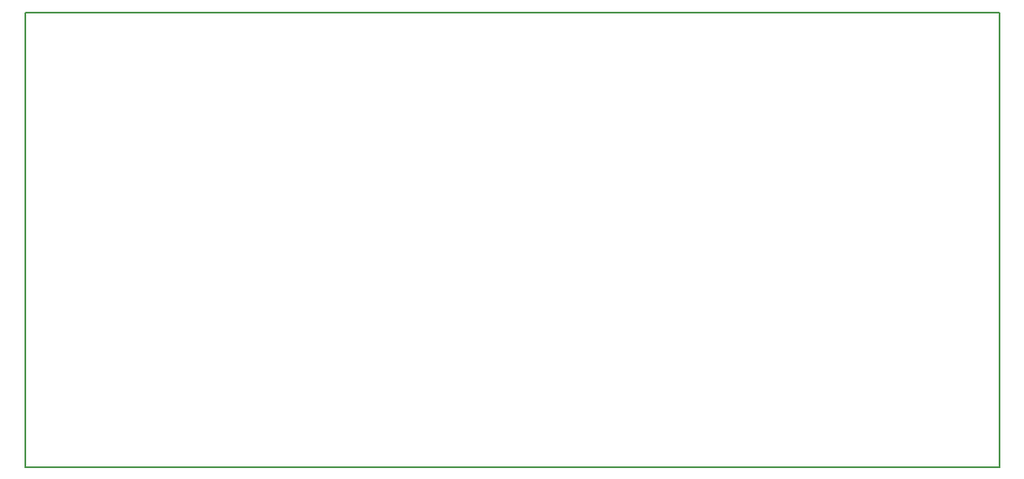
<source format=gbr>
G04 #@! TF.FileFunction,Profile,NP*
%FSLAX46Y46*%
G04 Gerber Fmt 4.6, Leading zero omitted, Abs format (unit mm)*
G04 Created by KiCad (PCBNEW 4.0.6) date Wednesday, 03 May 2017 'PMt' 19:41:19*
%MOMM*%
%LPD*%
G01*
G04 APERTURE LIST*
%ADD10C,0.100000*%
%ADD11C,0.150000*%
G04 APERTURE END LIST*
D10*
D11*
X78740000Y-36830000D02*
X78740000Y-82550000D01*
X176530000Y-36830000D02*
X176530000Y-82550000D01*
X176530000Y-36830000D02*
X78740000Y-36830000D01*
X78740000Y-82550000D02*
X176530000Y-82550000D01*
M02*

</source>
